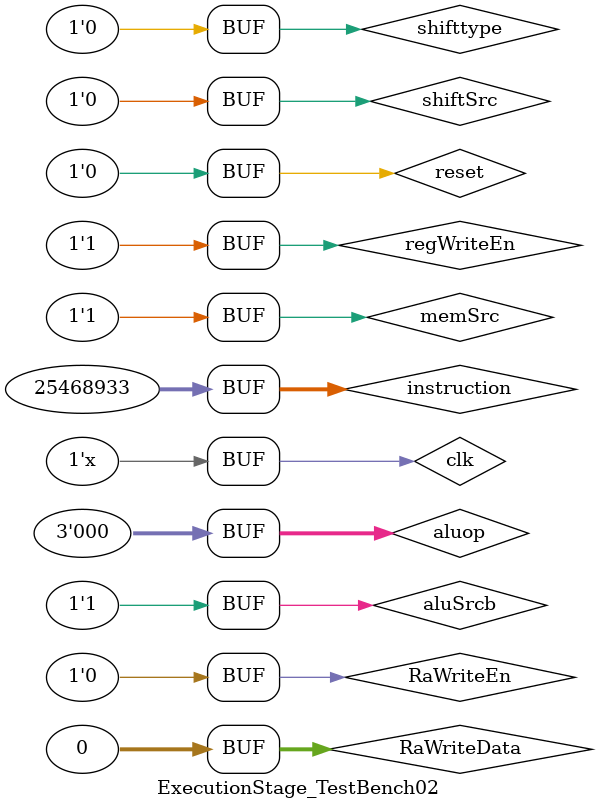
<source format=v>
`timescale 1ns / 1ps


module ExecutionStage_TestBench02;

	// Inputs
	reg clk;
	reg reset;
	reg aluSrcb;
	reg shiftSrc;
	reg memSrc;
	reg regWriteEn;
	reg RaWriteEn;
	reg [31:0] instruction;
	reg [31:0] RaWriteData;
	reg [2:0] aluop;
	reg shifttype;

	// Instantiate the Unit Under Test (UUT)
	ExecutionStage uut (
		.clk(clk), 
		.reset(reset), 
		.aluSrcb(aluSrcb), 
		.shiftSrc(shiftSrc), 
		.memSrc(memSrc), 
		.regWriteEn(regWriteEn), 
		.RaWriteEn(RaWriteEn), 
		.instruction(instruction), 
		.RaWriteData(RaWriteData), 
		.aluop(aluop), 
		.shifttype(shifttype)
	);

	initial begin
		// Initialize Inputs
		clk = 0;
		reset = 1;
		aluSrcb = 0;
		shiftSrc = 0;
		memSrc = 0;
		regWriteEn = 0;
		RaWriteEn = 0;
		instruction = 0;
		RaWriteData = 0;
		aluop = 0;
		shifttype = 0;

		// Wait 100 ns for global reset to finish
		#10 reset = 0;
        
		// Add stimulus here
		
		// first put data into two registers to perform functions with, using addi instruction
		regWriteEn = 1; // enable write back to registers
		aluop = 0; // ALU will perform an add
		aluSrcb = 0; // passes in immediate value
		memSrc = 1; // send output of ALU back to Rdest
		
		// addi R1, R0, 4
		#10 instruction = 32'b0101_00001_00000_000000000000000100; 
		// addi R2, R0, -4
		#20 instruction = 32'b0101_00101_00000_000000000000000101; //111111111111111100
		// add R3, R1, R2
		#20;
	   instruction = 32'b0000_00011_00001_00101_000000000_0101;
		aluSrcb = 1; // passes Rt value into ALU
		
	end
	
	always #1 clk=~clk;
      
endmodule


</source>
